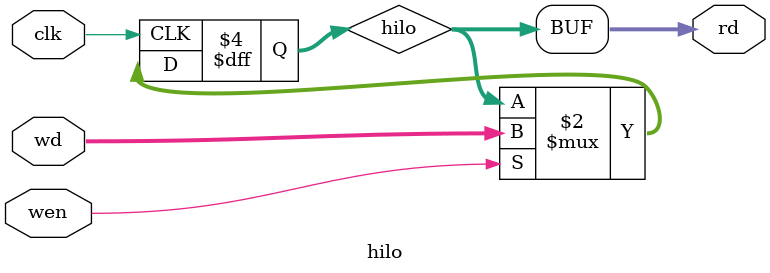
<source format=v>
`timescale 1ns / 1ps


module hilo(
    input wire clk,
    input wire wen,         //Ð´Ê¹ÄÜ
    input wire[31:0] wd,    //ÒªÐ´½øÈ¥µÄÊý¾Ý
    output wire[31:0] rd     //Òª¶Á³öÀ´µÄÊý¾Ý 
    );
    
    reg [31:0] hilo;//¼Ä´æÆ÷
    
    always @(negedge clk) begin
        if(wen) begin
            hilo <= wd;
        end
    end
    
    assign rd = hilo;
    
endmodule

</source>
